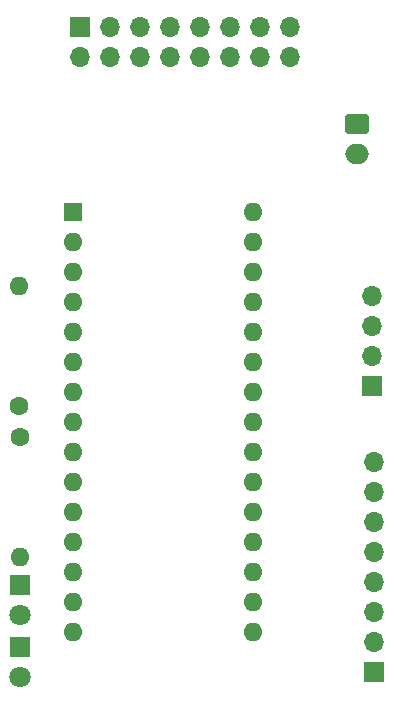
<source format=gbr>
%TF.GenerationSoftware,KiCad,Pcbnew,8.0.8*%
%TF.CreationDate,2025-01-20T03:53:26+01:00*%
%TF.ProjectId,NANO_MPU_SD_2Layers,4e414e4f-5f4d-4505-955f-53445f324c61,rev?*%
%TF.SameCoordinates,Original*%
%TF.FileFunction,Soldermask,Top*%
%TF.FilePolarity,Negative*%
%FSLAX46Y46*%
G04 Gerber Fmt 4.6, Leading zero omitted, Abs format (unit mm)*
G04 Created by KiCad (PCBNEW 8.0.8) date 2025-01-20 03:53:26*
%MOMM*%
%LPD*%
G01*
G04 APERTURE LIST*
G04 Aperture macros list*
%AMRoundRect*
0 Rectangle with rounded corners*
0 $1 Rounding radius*
0 $2 $3 $4 $5 $6 $7 $8 $9 X,Y pos of 4 corners*
0 Add a 4 corners polygon primitive as box body*
4,1,4,$2,$3,$4,$5,$6,$7,$8,$9,$2,$3,0*
0 Add four circle primitives for the rounded corners*
1,1,$1+$1,$2,$3*
1,1,$1+$1,$4,$5*
1,1,$1+$1,$6,$7*
1,1,$1+$1,$8,$9*
0 Add four rect primitives between the rounded corners*
20,1,$1+$1,$2,$3,$4,$5,0*
20,1,$1+$1,$4,$5,$6,$7,0*
20,1,$1+$1,$6,$7,$8,$9,0*
20,1,$1+$1,$8,$9,$2,$3,0*%
G04 Aperture macros list end*
%ADD10R,1.600000X1.600000*%
%ADD11O,1.600000X1.600000*%
%ADD12C,1.600000*%
%ADD13R,1.800000X1.800000*%
%ADD14C,1.800000*%
%ADD15R,1.700000X1.700000*%
%ADD16O,1.700000X1.700000*%
%ADD17RoundRect,0.250000X-0.750000X0.600000X-0.750000X-0.600000X0.750000X-0.600000X0.750000X0.600000X0*%
%ADD18O,2.000000X1.700000*%
G04 APERTURE END LIST*
D10*
%TO.C,A1*%
X57560000Y-67660000D03*
D11*
X57560000Y-70200000D03*
X57560000Y-72740000D03*
X57560000Y-75280000D03*
X57560000Y-77820000D03*
X57560000Y-80360000D03*
X57560000Y-82900000D03*
X57560000Y-85440000D03*
X57560000Y-87980000D03*
X57560000Y-90520000D03*
X57560000Y-93060000D03*
X57560000Y-95600000D03*
X57560000Y-98140000D03*
X57560000Y-100680000D03*
X57560000Y-103220000D03*
X72800000Y-103220000D03*
X72800000Y-100680000D03*
X72800000Y-98140000D03*
X72800000Y-95600000D03*
X72800000Y-93060000D03*
X72800000Y-90520000D03*
X72800000Y-87980000D03*
X72800000Y-85440000D03*
X72800000Y-82900000D03*
X72800000Y-80360000D03*
X72800000Y-77820000D03*
X72800000Y-75280000D03*
X72800000Y-72740000D03*
X72800000Y-70200000D03*
X72800000Y-67660000D03*
%TD*%
D12*
%TO.C,R1*%
X53100000Y-86720000D03*
D11*
X53100000Y-96880000D03*
%TD*%
D13*
%TO.C,D2*%
X53100000Y-104430000D03*
D14*
X53100000Y-106970000D03*
%TD*%
D15*
%TO.C,J2*%
X58180000Y-51960000D03*
D16*
X58180000Y-54500000D03*
X60720000Y-51960000D03*
X60720000Y-54500000D03*
X63260000Y-51960000D03*
X63260000Y-54500000D03*
X65800000Y-51960000D03*
X65800000Y-54500000D03*
X68340000Y-51960000D03*
X68340000Y-54500000D03*
X70880000Y-51960000D03*
X70880000Y-54500000D03*
X73420000Y-51960000D03*
X73420000Y-54500000D03*
X75960000Y-51960000D03*
X75960000Y-54500000D03*
%TD*%
D15*
%TO.C,J3*%
X82875000Y-82400000D03*
D16*
X82875000Y-79860000D03*
X82875000Y-77320000D03*
X82875000Y-74780000D03*
%TD*%
D13*
%TO.C,D1*%
X53100000Y-99230000D03*
D14*
X53100000Y-101770000D03*
%TD*%
D15*
%TO.C,J1*%
X83100000Y-106600000D03*
D16*
X83100000Y-104060000D03*
X83100000Y-101520000D03*
X83100000Y-98980000D03*
X83100000Y-96440000D03*
X83100000Y-93900000D03*
X83100000Y-91360000D03*
X83100000Y-88820000D03*
%TD*%
D12*
%TO.C,R2*%
X53000000Y-84080000D03*
D11*
X53000000Y-73920000D03*
%TD*%
D17*
%TO.C,J4*%
X81600000Y-60200000D03*
D18*
X81600000Y-62700000D03*
%TD*%
M02*

</source>
